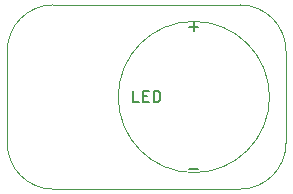
<source format=gbr>
%TF.GenerationSoftware,KiCad,Pcbnew,4.0.5-e0-6337~49~ubuntu16.04.1*%
%TF.CreationDate,2017-01-13T08:04:38-08:00*%
%TF.ProjectId,2x3-LED-TH-2.54mm-Pitch-Magnet,3278332D4C45442D54482D322E35346D,1.0*%
%TF.FileFunction,Other,Fab,Top*%
%FSLAX46Y46*%
G04 Gerber Fmt 4.6, Leading zero omitted, Abs format (unit mm)*
G04 Created by KiCad (PCBNEW 4.0.5-e0-6337~49~ubuntu16.04.1) date Fri Jan 13 08:04:38 2017*
%MOMM*%
%LPD*%
G01*
G04 APERTURE LIST*
%ADD10C,0.350000*%
%ADD11C,0.040640*%
%ADD12C,0.150000*%
G04 APERTURE END LIST*
D10*
D11*
X151501124Y-96457000D02*
G75*
G03X151501124Y-96457000I-6403124J0D01*
G01*
X148998000Y-88657000D02*
X133198000Y-88657000D01*
X148998000Y-104257000D02*
X133198000Y-104257000D01*
X152898000Y-100357000D02*
X152898000Y-92557000D01*
X129298000Y-100357000D02*
X129298000Y-92557000D01*
X152898000Y-92557000D02*
G75*
G03X148998000Y-88657000I-3900000J0D01*
G01*
X148998000Y-104257000D02*
G75*
G03X152898000Y-100357000I0J3900000D01*
G01*
X129298000Y-100357000D02*
G75*
G03X133198000Y-104257000I3900000J0D01*
G01*
X133198000Y-88657000D02*
G75*
G03X129298000Y-92557000I0J-3900000D01*
G01*
D12*
X140455143Y-96919381D02*
X139978952Y-96919381D01*
X139978952Y-95919381D01*
X140788476Y-96395571D02*
X141121810Y-96395571D01*
X141264667Y-96919381D02*
X140788476Y-96919381D01*
X140788476Y-95919381D01*
X141264667Y-95919381D01*
X141693238Y-96919381D02*
X141693238Y-95919381D01*
X141931333Y-95919381D01*
X142074191Y-95967000D01*
X142169429Y-96062238D01*
X142217048Y-96157476D01*
X142264667Y-96347952D01*
X142264667Y-96490810D01*
X142217048Y-96681286D01*
X142169429Y-96776524D01*
X142074191Y-96871762D01*
X141931333Y-96919381D01*
X141693238Y-96919381D01*
X144717048Y-90528429D02*
X145478953Y-90528429D01*
X145098001Y-90909381D02*
X145098001Y-90147476D01*
X144717048Y-102528429D02*
X145478953Y-102528429D01*
M02*

</source>
